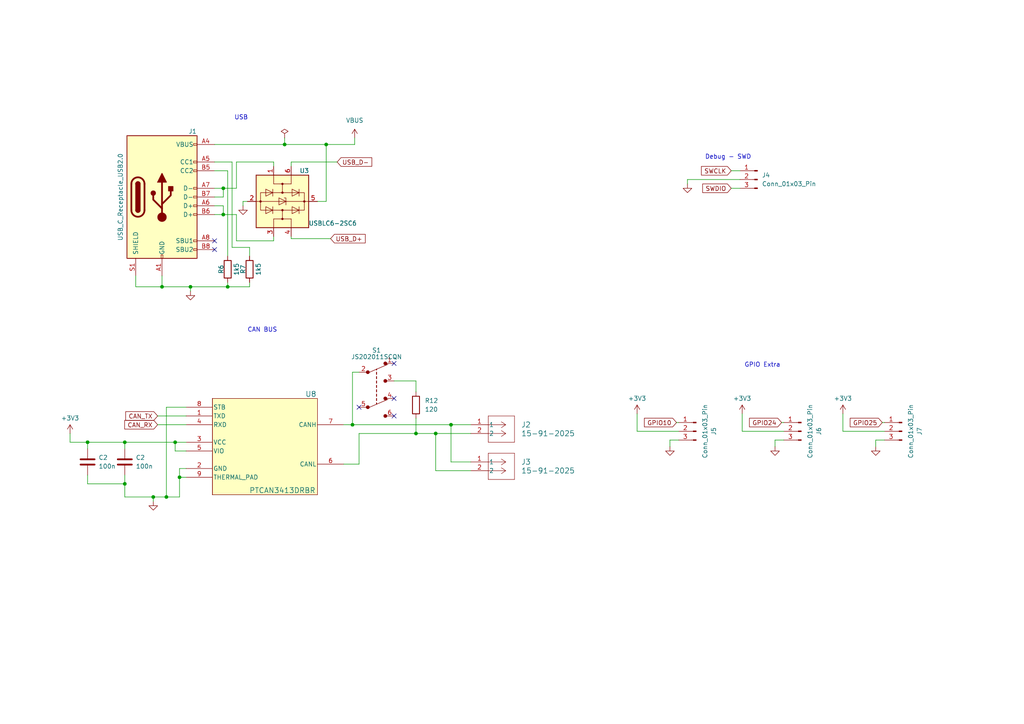
<source format=kicad_sch>
(kicad_sch (version 20230121) (generator eeschema)
  (paper "A4")
  (lib_symbols
    (symbol "2024-02-05_02-01-50:PTCAN3413DRBR" (pin_names (offset 0.254))
      (property "Reference" "U8" (at 36.195 6.35 0))
      (property "Value" "PTCAN3413DRBR" (at 27.94 -21.59 0))
      (symbol "PTCAN3413DRBR_0_1"
        (polyline (pts (xy 7.62 5.08) (xy 7.62 -22.86)) (stroke (width 0.127)))
        (pin input line (at 0 0 0) (length 7.62) (name "TXD") (number "1"))
        (pin power_in line (at 0 -7.62 0) (length 7.62) (name "VCC") (number "3"))
        (pin output line (at 0 -2.54 0) (length 7.62) (name "RXD") (number "4"))
        (pin power_in line (at 0 -10.16 0) (length 7.62) (name "VIO") (number "5"))
        (pin bidirectional line (at 45.72 -13.97 180) (length 7.62) (name "CANL") (number "6"))
        (pin bidirectional line (at 45.72 -2.54 180) (length 7.62) (name "CANH") (number "7"))
        (pin input line (at 0 2.54 0) (length 7.62) (name "STB") (number "8"))
      )
      (symbol "PTCAN3413DRBR_1_1"
        (rectangle (start 7.62 5.08) (end 38.1 -22.86) (fill (type background)))
        (pin power_in line (at 0 -15.24 0) (length 7.62) (name "GND") (number "2"))
        (pin passive line (at 0 -17.78 0) (length 7.62) (name "THERMAL_PAD") (number "9"))
      )
    )
    (symbol "2024-02-05_06-15-11:15-91-2025" (pin_names (offset 0.254))
      (property "Reference" "J" (at 8.89 6.35 0))
      (property "Value" "15-91-2025" (at 0 0 0))
      (symbol "15-91-2025_1_1"
        (polyline (pts (xy 5.08 -5.08) (xy 12.7 -5.08)) (stroke (width 0.127)))
        (polyline (pts (xy 5.08 2.54) (xy 5.08 -5.08)) (stroke (width 0.127)))
        (polyline (pts (xy 10.16 -2.54) (xy 5.08 -2.54)) (stroke (width 0.127)))
        (polyline (pts (xy 10.16 -2.54) (xy 8.89 -3.3867)) (stroke (width 0.127)))
        (polyline (pts (xy 10.16 -2.54) (xy 8.89 -1.6933)) (stroke (width 0.127)))
        (polyline (pts (xy 10.16 0) (xy 5.08 0)) (stroke (width 0.127)))
        (polyline (pts (xy 10.16 0) (xy 8.89 -0.8467)) (stroke (width 0.127)))
        (polyline (pts (xy 10.16 0) (xy 8.89 0.8467)) (stroke (width 0.127)))
        (polyline (pts (xy 12.7 -5.08) (xy 12.7 2.54)) (stroke (width 0.127)))
        (polyline (pts (xy 12.7 2.54) (xy 5.08 2.54)) (stroke (width 0.127)))
        (pin unspecified line (at 0 0 0) (length 5.08) (name "1") (number "1"))
        (pin unspecified line (at 0 -2.54 0) (length 5.08) (name "2") (number "2"))
      )
      (symbol "15-91-2025_1_2"
        (polyline (pts (xy 5.08 -5.08) (xy 12.7 -5.08)) (stroke (width 0.127)))
        (polyline (pts (xy 5.08 2.54) (xy 5.08 -5.08)) (stroke (width 0.127)))
        (polyline (pts (xy 7.62 -2.54) (xy 5.08 -2.54)) (stroke (width 0.127)))
        (polyline (pts (xy 7.62 -2.54) (xy 8.89 -3.3867)) (stroke (width 0.127)))
        (polyline (pts (xy 7.62 -2.54) (xy 8.89 -1.6933)) (stroke (width 0.127)))
        (polyline (pts (xy 7.62 0) (xy 5.08 0)) (stroke (width 0.127)))
        (polyline (pts (xy 7.62 0) (xy 8.89 -0.8467)) (stroke (width 0.127)))
        (polyline (pts (xy 7.62 0) (xy 8.89 0.8467)) (stroke (width 0.127)))
        (polyline (pts (xy 12.7 -5.08) (xy 12.7 2.54)) (stroke (width 0.127)))
        (polyline (pts (xy 12.7 2.54) (xy 5.08 2.54)) (stroke (width 0.127)))
        (pin unspecified line (at 0 0 0) (length 5.08) (name "1") (number "1"))
        (pin unspecified line (at 0 -2.54 0) (length 5.08) (name "2") (number "2"))
      )
    )
    (symbol "Connector:Conn_01x03_Pin" (pin_names (offset 1.016) hide)
      (property "Reference" "J" (at 0 5.08 0))
      (property "Value" "Conn_01x03_Pin" (at 0 -5.08 0))
      (symbol "Conn_01x03_Pin_1_1"
        (polyline (pts (xy 1.27 -2.54) (xy 0.8636 -2.54)) (stroke (width 0.1524)))
        (polyline (pts (xy 1.27 0) (xy 0.8636 0)) (stroke (width 0.1524)))
        (polyline (pts (xy 1.27 2.54) (xy 0.8636 2.54)) (stroke (width 0.1524)))
        (rectangle (start 0.8636 -2.413) (end 0 -2.667) (stroke (width 0.1524)) (fill (type outline)))
        (rectangle (start 0.8636 0.127) (end 0 -0.127) (stroke (width 0.1524)) (fill (type outline)))
        (rectangle (start 0.8636 2.667) (end 0 2.413) (stroke (width 0.1524)) (fill (type outline)))
        (pin passive line (at 5.08 2.54 180) (length 3.81) (name "Pin_1") (number "1"))
        (pin passive line (at 5.08 0 180) (length 3.81) (name "Pin_2") (number "2"))
        (pin passive line (at 5.08 -2.54 180) (length 3.81) (name "Pin_3") (number "3"))
      )
    )
    (symbol "Connector:USB_C_Receptacle_USB2.0" (pin_names (offset 1.016))
      (property "Reference" "J" (at -10.16 19.05 0))
      (property "Value" "USB_C_Receptacle_USB2.0" (at 19.05 19.05 0))
      (symbol "USB_C_Receptacle_USB2.0_0_0"
        (rectangle (start -0.254 -17.78) (end 0.254 -16.764))
        (rectangle (start 10.16 -14.986) (end 9.144 -15.494))
        (rectangle (start 10.16 -12.446) (end 9.144 -12.954))
        (rectangle (start 10.16 -4.826) (end 9.144 -5.334))
        (rectangle (start 10.16 -2.286) (end 9.144 -2.794))
        (rectangle (start 10.16 0.254) (end 9.144 -0.254))
        (rectangle (start 10.16 2.794) (end 9.144 2.286))
        (rectangle (start 10.16 7.874) (end 9.144 7.366))
        (rectangle (start 10.16 10.414) (end 9.144 9.906))
        (rectangle (start 10.16 15.494) (end 9.144 14.986))
      )
      (symbol "USB_C_Receptacle_USB2.0_0_1"
        (rectangle (start -10.16 17.78) (end 10.16 -17.78) (stroke (width 0.254)) (fill (type background)))
        (arc (start -8.89 -3.81) (mid -6.985 -5.7067) (end -5.08 -3.81) (stroke (width 0.508)))
        (arc (start -7.62 -3.81) (mid -6.985 -4.4423) (end -6.35 -3.81) (stroke (width 0.254)))
        (arc (start -7.62 -3.81) (mid -6.985 -4.4423) (end -6.35 -3.81) (stroke (width 0.254)) (fill (type outline)))
        (rectangle (start -7.62 -3.81) (end -6.35 3.81) (stroke (width 0.254)) (fill (type outline)))
        (arc (start -6.35 3.81) (mid -6.985 4.4423) (end -7.62 3.81) (stroke (width 0.254)))
        (arc (start -6.35 3.81) (mid -6.985 4.4423) (end -7.62 3.81) (stroke (width 0.254)) (fill (type outline)))
        (arc (start -5.08 3.81) (mid -6.985 5.7067) (end -8.89 3.81) (stroke (width 0.508)))
        (circle (center -2.54 1.143) (radius 0.635) (stroke (width 0.254)) (fill (type outline)))
        (circle (center 0 -5.842) (radius 1.27) (fill (type outline)))
        (polyline (pts (xy -8.89 -3.81) (xy -8.89 3.81)) (stroke (width 0.508)))
        (polyline (pts (xy -5.08 3.81) (xy -5.08 -3.81)) (stroke (width 0.508)))
        (polyline (pts (xy 0 -5.842) (xy 0 4.318)) (stroke (width 0.508)))
        (polyline (pts (xy 0 -3.302) (xy -2.54 -0.762) (xy -2.54 0.508)) (stroke (width 0.508)))
        (polyline (pts (xy 0 -2.032) (xy 2.54 0.508) (xy 2.54 1.778)) (stroke (width 0.508)))
        (polyline (pts (xy -1.27 4.318) (xy 0 6.858) (xy 1.27 4.318) (xy -1.27 4.318)) (stroke (width 0.254)) (fill (type outline)))
        (rectangle (start 1.905 1.778) (end 3.175 3.048) (stroke (width 0.254)) (fill (type outline)))
      )
      (symbol "USB_C_Receptacle_USB2.0_1_1"
        (pin passive line (at 0 -22.86 90) (length 5.08) (name "GND") (number "A1"))
        (pin passive line (at 0 -22.86 90) (length 5.08) hide (name "GND") (number "A12"))
        (pin passive line (at 15.24 15.24 180) (length 5.08) (name "VBUS") (number "A4"))
        (pin bidirectional line (at 15.24 10.16 180) (length 5.08) (name "CC1") (number "A5"))
        (pin bidirectional line (at 15.24 -2.54 180) (length 5.08) (name "D+") (number "A6"))
        (pin bidirectional line (at 15.24 2.54 180) (length 5.08) (name "D-") (number "A7"))
        (pin bidirectional line (at 15.24 -12.7 180) (length 5.08) (name "SBU1") (number "A8"))
        (pin passive line (at 15.24 15.24 180) (length 5.08) hide (name "VBUS") (number "A9"))
        (pin passive line (at 0 -22.86 90) (length 5.08) hide (name "GND") (number "B1"))
        (pin passive line (at 0 -22.86 90) (length 5.08) hide (name "GND") (number "B12"))
        (pin passive line (at 15.24 15.24 180) (length 5.08) hide (name "VBUS") (number "B4"))
        (pin bidirectional line (at 15.24 7.62 180) (length 5.08) (name "CC2") (number "B5"))
        (pin bidirectional line (at 15.24 -5.08 180) (length 5.08) (name "D+") (number "B6"))
        (pin bidirectional line (at 15.24 0 180) (length 5.08) (name "D-") (number "B7"))
        (pin bidirectional line (at 15.24 -15.24 180) (length 5.08) (name "SBU2") (number "B8"))
        (pin passive line (at 15.24 15.24 180) (length 5.08) hide (name "VBUS") (number "B9"))
        (pin passive line (at -7.62 -22.86 90) (length 5.08) (name "SHIELD") (number "S1"))
      )
    )
    (symbol "Device:C" (pin_numbers hide) (pin_names (offset 0.254))
      (property "Reference" "C" (at 0.635 2.54 0))
      (property "Value" "C" (at 0.635 -2.54 0))
      (symbol "C_0_1"
        (polyline (pts (xy -2.032 -0.762) (xy 2.032 -0.762)) (stroke (width 0.508)))
        (polyline (pts (xy -2.032 0.762) (xy 2.032 0.762)) (stroke (width 0.508)))
      )
      (symbol "C_1_1"
        (pin passive line (at 0 3.81 270) (length 2.794) (name "~") (number "1"))
        (pin passive line (at 0 -3.81 90) (length 2.794) (name "~") (number "2"))
      )
    )
    (symbol "Device:R" (pin_numbers hide) (pin_names (offset 0))
      (property "Reference" "R" (at 2.032 0 90))
      (property "Value" "R" (at 0 0 90))
      (symbol "R_0_1"
        (rectangle (start -1.016 -2.54) (end 1.016 2.54) (stroke (width 0.254)))
      )
      (symbol "R_1_1"
        (pin passive line (at 0 3.81 270) (length 1.27) (name "~") (number "1"))
        (pin passive line (at 0 -3.81 90) (length 1.27) (name "~") (number "2"))
      )
    )
    (symbol "Power_Protection:USBLC6-2SC6" (pin_names hide)
      (property "Reference" "U" (at 2.54 8.89 0))
      (property "Value" "USBLC6-2SC6" (at 2.54 -8.89 0))
      (symbol "USBLC6-2SC6_0_1"
        (rectangle (start -7.62 -7.62) (end 7.62 7.62) (stroke (width 0.254)) (fill (type background)))
        (circle (center -5.08 0) (radius 0.254) (fill (type outline)))
        (circle (center -2.54 0) (radius 0.254) (fill (type outline)))
        (rectangle (start -2.54 6.35) (end 2.54 -6.35))
        (circle (center 0 -6.35) (radius 0.254) (fill (type outline)))
        (polyline (pts (xy -5.08 -2.54) (xy -7.62 -2.54)))
        (polyline (pts (xy -5.08 0) (xy -5.08 -2.54)))
        (polyline (pts (xy -5.08 2.54) (xy -7.62 2.54)))
        (polyline (pts (xy -1.524 -2.794) (xy -3.556 -2.794)))
        (polyline (pts (xy -1.524 4.826) (xy -3.556 4.826)))
        (polyline (pts (xy 0 -7.62) (xy 0 -6.35)))
        (polyline (pts (xy 0 -6.35) (xy 0 1.27)))
        (polyline (pts (xy 0 1.27) (xy 0 6.35)))
        (polyline (pts (xy 0 6.35) (xy 0 7.62)))
        (polyline (pts (xy 1.524 -2.794) (xy 3.556 -2.794)))
        (polyline (pts (xy 1.524 4.826) (xy 3.556 4.826)))
        (polyline (pts (xy 5.08 -2.54) (xy 7.62 -2.54)))
        (polyline (pts (xy 5.08 0) (xy 5.08 -2.54)))
        (polyline (pts (xy 5.08 2.54) (xy 7.62 2.54)))
        (polyline (pts (xy -2.54 0) (xy -5.08 0) (xy -5.08 2.54)))
        (polyline (pts (xy 2.54 0) (xy 5.08 0) (xy 5.08 2.54)))
        (polyline (pts (xy -3.556 -4.826) (xy -1.524 -4.826) (xy -2.54 -2.794) (xy -3.556 -4.826)))
        (polyline (pts (xy -3.556 2.794) (xy -1.524 2.794) (xy -2.54 4.826) (xy -3.556 2.794)))
        (polyline (pts (xy -1.016 -1.016) (xy 1.016 -1.016) (xy 0 1.016) (xy -1.016 -1.016)))
        (polyline (pts (xy 1.016 1.016) (xy 0.762 1.016) (xy -1.016 1.016) (xy -1.016 0.508)))
        (polyline (pts (xy 3.556 -4.826) (xy 1.524 -4.826) (xy 2.54 -2.794) (xy 3.556 -4.826)))
        (polyline (pts (xy 3.556 2.794) (xy 1.524 2.794) (xy 2.54 4.826) (xy 3.556 2.794)))
        (circle (center 0 6.35) (radius 0.254) (fill (type outline)))
        (circle (center 2.54 0) (radius 0.254) (fill (type outline)))
        (circle (center 5.08 0) (radius 0.254) (fill (type outline)))
      )
      (symbol "USBLC6-2SC6_1_1"
        (pin passive line (at -10.16 -2.54 0) (length 2.54) (name "I/O1") (number "1"))
        (pin passive line (at 0 -10.16 90) (length 2.54) (name "GND") (number "2"))
        (pin passive line (at 10.16 -2.54 180) (length 2.54) (name "I/O2") (number "3"))
        (pin passive line (at 10.16 2.54 180) (length 2.54) (name "I/O2") (number "4"))
        (pin passive line (at 0 10.16 270) (length 2.54) (name "VBUS") (number "5"))
        (pin passive line (at -10.16 2.54 0) (length 2.54) (name "I/O1") (number "6"))
      )
    )
    (symbol "dk_Slide-Switches:JS202011SCQN" (pin_names (offset 0))
      (property "Reference" "S" (at -3.81 8.255 0))
      (property "Value" "JS202011SCQN" (at 0 -11.43 0))
      (symbol "JS202011SCQN_0_1"
        (circle (center -2.54 -5.08) (radius 0.4572) (fill (type outline)))
        (circle (center -2.54 5.08) (radius 0.4572) (fill (type outline)))
        (polyline (pts (xy -2.032 -5.08) (xy 3.302 -2.794)))
        (polyline (pts (xy -2.032 5.08) (xy 3.302 7.366)))
        (polyline (pts (xy 0 -3.81) (xy 0 -4.191)) (stroke (width 0.254)))
        (polyline (pts (xy 0 -2.54) (xy 0 -3.175)) (stroke (width 0.254)))
        (polyline (pts (xy 0 -1.27) (xy 0 -1.905)) (stroke (width 0.254)))
        (polyline (pts (xy 0 0) (xy 0 -0.635)) (stroke (width 0.254)))
        (polyline (pts (xy 0 1.27) (xy 0 0.635)) (stroke (width 0.254)))
        (polyline (pts (xy 0 2.54) (xy 0 1.905)) (stroke (width 0.254)))
        (polyline (pts (xy 0 3.81) (xy 0 3.175)) (stroke (width 0.254)))
        (polyline (pts (xy 0 5.08) (xy 0 4.445)) (stroke (width 0.254)))
        (polyline (pts (xy 0 5.969) (xy 0 5.715)) (stroke (width 0.254)))
        (circle (center 2.54 -7.62) (radius 0.4572) (fill (type outline)))
        (circle (center 2.54 -2.54) (radius 0.4572) (fill (type outline)))
        (circle (center 2.54 2.54) (radius 0.4572) (fill (type outline)))
        (circle (center 2.54 7.62) (radius 0.4572) (fill (type outline)))
      )
      (symbol "JS202011SCQN_1_1"
        (pin passive line (at 5.08 7.62 180) (length 2.54) (name "~") (number "1"))
        (pin passive line (at -5.08 5.08 0) (length 2.54) (name "~") (number "2"))
        (pin passive line (at 5.08 2.54 180) (length 2.54) (name "~") (number "3"))
        (pin passive line (at 5.08 -2.54 180) (length 2.54) (name "~") (number "4"))
        (pin passive line (at -5.08 -5.08 0) (length 2.54) (name "~") (number "5"))
        (pin passive line (at 5.08 -7.62 180) (length 2.54) (name "~") (number "6"))
      )
    )
    (symbol "power:+3V3" (power) (pin_names (offset 0))
      (property "Value" "+3V3" (at 0 3.556 0))
      (symbol "+3V3_0_1"
        (polyline (pts (xy -0.762 1.27) (xy 0 2.54)))
        (polyline (pts (xy 0 0) (xy 0 2.54)))
        (polyline (pts (xy 0 2.54) (xy 0.762 1.27)))
      )
      (symbol "+3V3_1_1"
        (pin power_in line (at 0 0 90) (length 0) hide (name "+3V3") (number "1"))
      )
    )
    (symbol "power:GND" (power) (pin_names (offset 0))
      (property "Value" "GND" (at 0 -3.81 0))
      (symbol "GND_0_1"
        (polyline (pts (xy 0 0) (xy 0 -1.27) (xy 1.27 -1.27) (xy 0 -2.54) (xy -1.27 -1.27) (xy 0 -1.27)))
      )
      (symbol "GND_1_1"
        (pin power_in line (at 0 0 270) (length 0) hide (name "GND") (number "1"))
      )
    )
    (symbol "power:PWR_FLAG" (power) (pin_numbers hide) (pin_names (offset 0) hide)
      (property "Value" "PWR_FLAG" (at 0 3.81 0))
      (symbol "PWR_FLAG_0_0"
        (pin power_out line (at 0 0 90) (length 0) (name "pwr") (number "1"))
      )
      (symbol "PWR_FLAG_0_1"
        (polyline (pts (xy 0 0) (xy 0 1.27) (xy -1.016 1.905) (xy 0 2.54) (xy 1.016 1.905) (xy 0 1.27)))
      )
    )
    (symbol "power:VBUS" (power) (pin_names (offset 0))
      (property "Value" "VBUS" (at 0 3.81 0))
      (symbol "VBUS_0_1"
        (polyline (pts (xy -0.762 1.27) (xy 0 2.54)))
        (polyline (pts (xy 0 0) (xy 0 2.54)))
        (polyline (pts (xy 0 2.54) (xy 0.762 1.27)))
      )
      (symbol "VBUS_1_1"
        (pin power_in line (at 0 0 90) (length 0) hide (name "VBUS") (number "1"))
      )
    )
  )
  (junction (at 52.07 138.43))
  (junction (at 50.8 128.27))
  (junction (at 64.77 54.61))
  (junction (at 94.615 41.91))
  (junction (at 64.77 62.23))
  (junction (at 66.04 83.185))
  (junction (at 25.4 128.27))
  (junction (at 55.245 83.185))
  (junction (at 46.99 83.185))
  (junction (at 36.195 140.335))
  (junction (at 126.365 125.73))
  (junction (at 130.81 123.19))
  (junction (at 44.45 144.145))
  (junction (at 102.235 123.19))
  (junction (at 36.195 128.27))
  (junction (at 82.55 41.91))
  (junction (at 120.65 125.73))
  (junction (at 48.26 144.145))
  (no_connect (at 62.23 72.39))
  (no_connect (at 62.23 69.85))
  (no_connect (at 114.3 120.65))
  (no_connect (at 114.3 105.41))
  (no_connect (at 104.14 118.11))
  (no_connect (at 114.3 115.57))
  (wire (pts (xy 25.4 128.27) (xy 36.195 128.27)))
  (wire (pts (xy 53.975 135.89) (xy 52.07 135.89)))
  (wire (pts (xy 84.455 48.26) (xy 84.455 46.99)))
  (wire (pts (xy 64.77 62.23) (xy 68.58 62.23)))
  (wire (pts (xy 66.04 49.53) (xy 66.04 74.295)))
  (wire (pts (xy 199.39 53.34) (xy 199.39 52.07)))
  (wire (pts (xy 64.77 59.69) (xy 64.77 62.23)))
  (wire (pts (xy 70.485 59.69) (xy 70.485 58.42)))
  (wire (pts (xy 99.695 134.62) (xy 104.14 134.62)))
  (wire (pts (xy 84.455 69.215) (xy 95.885 69.215)))
  (wire (pts (xy 136.525 133.985) (xy 130.81 133.985)))
  (wire (pts (xy 120.65 125.73) (xy 126.365 125.73)))
  (wire (pts (xy 62.23 59.69) (xy 64.77 59.69)))
  (wire (pts (xy 82.55 40.005) (xy 82.55 41.91)))
  (wire (pts (xy 184.785 125.095) (xy 196.85 125.095)))
  (wire (pts (xy 212.09 49.53) (xy 214.63 49.53)))
  (wire (pts (xy 99.695 123.19) (xy 102.235 123.19)))
  (wire (pts (xy 62.23 54.61) (xy 64.77 54.61)))
  (wire (pts (xy 196.215 122.555) (xy 196.85 122.555)))
  (wire (pts (xy 215.265 120.015) (xy 215.265 125.095)))
  (wire (pts (xy 212.09 54.61) (xy 214.63 54.61)))
  (wire (pts (xy 50.8 130.81) (xy 50.8 128.27)))
  (wire (pts (xy 25.4 130.175) (xy 25.4 128.27)))
  (wire (pts (xy 52.07 138.43) (xy 52.07 144.145)))
  (wire (pts (xy 44.45 144.145) (xy 44.45 145.415)))
  (wire (pts (xy 50.8 128.27) (xy 53.975 128.27)))
  (wire (pts (xy 94.615 41.91) (xy 94.615 58.42)))
  (wire (pts (xy 36.195 140.335) (xy 36.195 137.795)))
  (wire (pts (xy 48.26 118.11) (xy 48.26 144.145)))
  (wire (pts (xy 46.99 80.01) (xy 46.99 83.185)))
  (wire (pts (xy 244.475 120.015) (xy 244.475 125.095)))
  (wire (pts (xy 136.525 136.525) (xy 126.365 136.525)))
  (wire (pts (xy 254 127.635) (xy 254 129.54)))
  (wire (pts (xy 94.615 41.91) (xy 102.87 41.91)))
  (wire (pts (xy 64.77 57.15) (xy 64.77 54.61)))
  (wire (pts (xy 244.475 125.095) (xy 256.54 125.095)))
  (wire (pts (xy 45.72 123.19) (xy 53.975 123.19)))
  (wire (pts (xy 66.04 81.915) (xy 66.04 83.185)))
  (wire (pts (xy 120.65 110.49) (xy 120.65 113.665)))
  (wire (pts (xy 48.26 144.145) (xy 44.45 144.145)))
  (wire (pts (xy 53.975 118.11) (xy 48.26 118.11)))
  (wire (pts (xy 104.14 107.95) (xy 102.235 107.95)))
  (wire (pts (xy 67.31 71.755) (xy 72.39 71.755)))
  (wire (pts (xy 256.54 127.635) (xy 254 127.635)))
  (wire (pts (xy 226.695 122.555) (xy 227.33 122.555)))
  (wire (pts (xy 126.365 136.525) (xy 126.365 125.73)))
  (wire (pts (xy 55.245 83.185) (xy 55.245 84.455)))
  (wire (pts (xy 224.79 127.635) (xy 224.79 129.54)))
  (wire (pts (xy 36.195 140.335) (xy 36.195 144.145)))
  (wire (pts (xy 94.615 58.42) (xy 92.075 58.42)))
  (wire (pts (xy 84.455 68.58) (xy 84.455 69.215)))
  (wire (pts (xy 102.235 107.95) (xy 102.235 123.19)))
  (wire (pts (xy 64.77 54.61) (xy 68.58 54.61)))
  (wire (pts (xy 62.23 49.53) (xy 66.04 49.53)))
  (wire (pts (xy 196.85 127.635) (xy 194.31 127.635)))
  (wire (pts (xy 67.31 46.99) (xy 67.31 71.755)))
  (wire (pts (xy 39.37 83.185) (xy 46.99 83.185)))
  (wire (pts (xy 194.31 127.635) (xy 194.31 129.54)))
  (wire (pts (xy 130.81 123.19) (xy 136.525 123.19)))
  (wire (pts (xy 102.235 123.19) (xy 130.81 123.19)))
  (wire (pts (xy 20.32 125.73) (xy 20.32 128.27)))
  (wire (pts (xy 52.07 138.43) (xy 53.975 138.43)))
  (wire (pts (xy 227.33 127.635) (xy 224.79 127.635)))
  (wire (pts (xy 84.455 46.99) (xy 97.79 46.99)))
  (wire (pts (xy 52.07 144.145) (xy 48.26 144.145)))
  (wire (pts (xy 62.23 46.99) (xy 67.31 46.99)))
  (wire (pts (xy 62.23 57.15) (xy 64.77 57.15)))
  (wire (pts (xy 72.39 81.915) (xy 72.39 83.185)))
  (wire (pts (xy 66.04 83.185) (xy 55.245 83.185)))
  (wire (pts (xy 199.39 52.07) (xy 214.63 52.07)))
  (wire (pts (xy 52.07 135.89) (xy 52.07 138.43)))
  (wire (pts (xy 20.32 128.27) (xy 25.4 128.27)))
  (wire (pts (xy 36.195 128.27) (xy 50.8 128.27)))
  (wire (pts (xy 114.3 110.49) (xy 120.65 110.49)))
  (wire (pts (xy 82.55 41.91) (xy 94.615 41.91)))
  (wire (pts (xy 215.265 125.095) (xy 227.33 125.095)))
  (wire (pts (xy 25.4 137.795) (xy 25.4 140.335)))
  (wire (pts (xy 45.72 120.65) (xy 53.975 120.65)))
  (wire (pts (xy 79.375 46.99) (xy 79.375 48.26)))
  (wire (pts (xy 120.65 121.285) (xy 120.65 125.73)))
  (wire (pts (xy 68.58 69.85) (xy 79.375 69.85)))
  (wire (pts (xy 102.87 40.005) (xy 102.87 41.91)))
  (wire (pts (xy 79.375 69.85) (xy 79.375 68.58)))
  (wire (pts (xy 53.975 130.81) (xy 50.8 130.81)))
  (wire (pts (xy 68.58 46.99) (xy 79.375 46.99)))
  (wire (pts (xy 72.39 71.755) (xy 72.39 74.295)))
  (wire (pts (xy 72.39 83.185) (xy 66.04 83.185)))
  (wire (pts (xy 62.23 62.23) (xy 64.77 62.23)))
  (wire (pts (xy 255.905 122.555) (xy 256.54 122.555)))
  (wire (pts (xy 62.23 41.91) (xy 82.55 41.91)))
  (wire (pts (xy 68.58 62.23) (xy 68.58 69.85)))
  (wire (pts (xy 70.485 58.42) (xy 71.755 58.42)))
  (wire (pts (xy 46.99 83.185) (xy 55.245 83.185)))
  (wire (pts (xy 184.785 120.015) (xy 184.785 125.095)))
  (wire (pts (xy 36.195 128.27) (xy 36.195 130.175)))
  (wire (pts (xy 130.81 123.19) (xy 130.81 133.985)))
  (wire (pts (xy 126.365 125.73) (xy 136.525 125.73)))
  (wire (pts (xy 36.195 144.145) (xy 44.45 144.145)))
  (wire (pts (xy 68.58 54.61) (xy 68.58 46.99)))
  (wire (pts (xy 104.14 134.62) (xy 104.14 125.73)))
  (wire (pts (xy 25.4 140.335) (xy 36.195 140.335)))
  (wire (pts (xy 104.14 125.73) (xy 120.65 125.73)))
  (wire (pts (xy 39.37 80.01) (xy 39.37 83.185)))
  (text "CAN BUS" (at 71.755 96.52 0) (effects (font (size 1.27 1.27)) (justify left bottom)))
  (text "GPIO Extra" (at 215.9 106.68 0) (effects (font (size 1.27 1.27)) (justify left bottom)))
  (text "Debug - SWD" (at 204.47 46.355 0) (effects (font (size 1.27 1.27)) (justify left bottom)))
  (text "USB" (at 67.945 34.925 0) (effects (font (size 1.27 1.27)) (justify left bottom)))
  (global_label "GPIO24" (shape input) (at 226.695 122.555 180) (property "Intersheetrefs" "${INTERSHEET_REFS}" (effects hide)))
  (global_label "CAN_RX" (shape input) (at 45.72 123.19 180) (property "Intersheetrefs" "${INTERSHEET_REFS}" (effects hide)))
  (global_label "SWDIO" (shape input) (at 212.09 54.61 180) (property "Intersheetrefs" "${INTERSHEET_REFS}" (effects hide)))
  (global_label "USB_D-" (shape input) (at 97.79 46.99 0) (property "Intersheetrefs" "${INTERSHEET_REFS}" (effects hide)))
  (global_label "GPIO10" (shape input) (at 196.215 122.555 180) (property "Intersheetrefs" "${INTERSHEET_REFS}" (effects hide)))
  (global_label "CAN_TX" (shape input) (at 45.72 120.65 180) (property "Intersheetrefs" "${INTERSHEET_REFS}" (effects hide)))
  (global_label "USB_D+" (shape input) (at 95.885 69.215 0) (property "Intersheetrefs" "${INTERSHEET_REFS}" (effects hide)))
  (global_label "SWCLK" (shape input) (at 212.09 49.53 180) (property "Intersheetrefs" "${INTERSHEET_REFS}" (effects hide)))
  (global_label "GPIO25" (shape input) (at 255.905 122.555 180) (property "Intersheetrefs" "${INTERSHEET_REFS}" (effects hide)))
  (symbol (lib_id "Connector:Conn_01x03_Pin") (at 232.41 125.095 0) (mirror y) (unit 1)
    (property "Reference" "J6" (at 237.49 125.095 90))
    (property "Value" "Conn_01x03_Pin" (at 234.95 125.095 90))
    (property "Footprint" "Connector_Harwin:Harwin_M20-89003xx_1x03_P2.54mm_Horizontal" (effects hide))
  )
  (symbol (lib_id "power:GND") (at 199.39 53.34 0) (unit 1)
    (property "Reference" "#PWR016" (effects hide))
    (property "Value" "GND" (effects hide))
    (instances (project "100w BLDC Motor Controller Pathfinder" (path "" (reference "#PWR016") (unit 1)) (path "" (reference "#PWR034") (unit 1))))
  )
  (symbol (lib_id "2024-02-05_06-15-11:15-91-2025") (at 136.525 133.985 0) (unit 1)
    (property "Reference" "J3" (at 151.13 133.985 0) (effects (font (size 1.524 1.524)) (justify left)))
    (property "Value" "15-91-2025" (at 151.13 136.525 0) (effects (font (size 1.524 1.524)) (justify left)))
    (property "Footprint" "CONN2_15-91-2025_MOL" (effects hide))
    (property "Datasheet" "15-91-2025" (effects hide))
  )
  (symbol (lib_id "power:VBUS") (at 102.87 40.005 0) (unit 1)
    (property "Reference" "#PWR017" (effects hide))
    (property "Value" "VBUS" (at 102.87 34.925 0))
  )
  (symbol (lib_id "dk_Slide-Switches:JS202011SCQN") (at 109.22 113.03 0) (unit 1)
    (property "Reference" "S1" (at 109.22 101.6 0))
    (property "Value" "JS202011SCQN" (at 109.22 103.505 0))
    (property "Footprint" "digikey-footprints:Switch_Slide_JS202011SCQN" (effects hide))
    (property "Datasheet" "https://www.ckswitches.com/media/1422/js.pdf" (effects hide))
    (property "Digi-Key_PN" "401-2002-1-ND" (effects hide))
    (property "MPN" "JS202011SCQN" (effects hide))
    (property "Category" "Switches" (effects hide))
    (property "Family" "Slide Switches" (effects hide))
    (property "DK_Datasheet_Link" "https://www.ckswitches.com/media/1422/js.pdf" (effects hide))
    (property "DK_Detail_Page" "/product-detail/en/c-k/JS202011SCQN/401-2002-1-ND/1640098" (effects hide))
    (property "Description" "SWITCH SLIDE DPDT 300MA 6V" (effects hide))
    (property "Manufacturer" "C&K" (effects hide))
    (property "Status" "Active" (effects hide))
  )
  (symbol (lib_id "power:GND") (at 254 129.54 0) (unit 1)
    (property "Reference" "#PWR016" (effects hide))
    (property "Value" "GND" (effects hide))
    (instances (project "100w BLDC Motor Controller Pathfinder" (path "" (reference "#PWR016") (unit 1)) (path "" (reference "#PWR043") (unit 1))))
  )
  (symbol (lib_id "power:+3V3") (at 244.475 120.015 0) (unit 1)
    (property "Reference" "#PWR021" (effects hide))
    (property "Value" "+3V3" (at 244.475 115.57 0))
    (instances (project "100w BLDC Motor Controller Pathfinder" (path "" (reference "#PWR021") (unit 1)) (path "" (reference "#PWR021") (unit 1)) (path "" (reference "#PWR042") (unit 1))))
  )
  (symbol (lib_id "power:+3V3") (at 215.265 120.015 0) (unit 1)
    (property "Reference" "#PWR021" (effects hide))
    (property "Value" "+3V3" (at 215.265 115.57 0))
    (instances (project "100w BLDC Motor Controller Pathfinder" (path "" (reference "#PWR021") (unit 1)) (path "" (reference "#PWR021") (unit 1)) (path "" (reference "#PWR040") (unit 1))))
  )
  (symbol (lib_id "power:GND") (at 70.485 59.69 0) (unit 1)
    (property "Reference" "#PWR015" (effects hide))
    (property "Value" "GND" (effects hide))
    (instances (project "100w BLDC Motor Controller Pathfinder" (path "" (reference "#PWR015") (unit 1)) (path "" (reference "#PWR016") (unit 1))))
  )
  (symbol (lib_id "power:GND") (at 194.31 129.54 0) (unit 1)
    (property "Reference" "#PWR016" (effects hide))
    (property "Value" "GND" (effects hide))
    (instances (project "100w BLDC Motor Controller Pathfinder" (path "" (reference "#PWR016") (unit 1)) (path "" (reference "#PWR039") (unit 1))))
  )
  (symbol (lib_id "power:+3V3") (at 20.32 125.73 0) (unit 1)
    (property "Reference" "#PWR021" (effects hide))
    (property "Value" "+3V3" (at 20.32 121.285 0))
    (instances (project "100w BLDC Motor Controller Pathfinder" (path "" (reference "#PWR021") (unit 1)) (path "" (reference "#PWR021") (unit 1)) (path "" (reference "#PWR033") (unit 1))))
  )
  (symbol (lib_id "power:GND") (at 55.245 84.455 0) (unit 1)
    (property "Reference" "#PWR016" (effects hide))
    (property "Value" "GND" (effects hide))
    (instances (project "100w BLDC Motor Controller Pathfinder" (path "" (reference "#PWR016") (unit 1)) (path "" (reference "#PWR015") (unit 1))))
  )
  (symbol (lib_id "Power_Protection:USBLC6-2SC6") (at 81.915 58.42 270) (unit 1)
    (property "Reference" "U3" (at 88.265 49.53 90))
    (property "Value" "USBLC6-2SC6" (at 96.52 64.77 90))
    (property "Footprint" "Package_TO_SOT_SMD:SOT-23-6" (effects hide))
    (property "Datasheet" "https://www.st.com/resource/en/datasheet/usblc6-2.pdf" (effects hide))
  )
  (symbol (lib_id "Connector:Conn_01x03_Pin") (at 261.62 125.095 0) (mirror y) (unit 1)
    (property "Reference" "J7" (at 266.7 125.095 90))
    (property "Value" "Conn_01x03_Pin" (at 264.16 125.095 90))
    (property "Footprint" "Connector_Harwin:Harwin_M20-89003xx_1x03_P2.54mm_Horizontal" (effects hide))
  )
  (symbol (lib_id "Device:C") (at 25.4 133.985 0) (unit 1)
    (property "Reference" "C2" (at 28.575 132.715 0) (effects (justify left)))
    (property "Value" "100n" (at 28.575 135.255 0) (effects (justify left)))
    (instances (project "100w BLDC Motor Controller Pathfinder" (path "" (reference "C2") (unit 1)) (path "" (reference "C29") (unit 1))))
  )
  (symbol (lib_id "2024-02-05_02-01-50:PTCAN3413DRBR") (at 53.975 120.65 0) (unit 1)
    (property "Reference" "U8" (at 90.17 114.3 0) (effects (font (size 1.524 1.524))))
    (property "Value" "PTCAN3413DRBR" (at 81.915 142.24 0) (effects (font (size 1.524 1.524))))
    (property "Footprint" "VSON8-DRB_TEX" (effects hide))
    (property "Datasheet" "PTCAN3413DRBR" (effects hide))
  )
  (symbol (lib_id "power:PWR_FLAG") (at 82.55 40.005 0) (unit 1)
    (property "Reference" "#FLG01" (effects hide))
    (property "Value" "PWR_FLAG" (effects hide))
  )
  (symbol (lib_id "Device:R") (at 72.39 78.105 180) (unit 1)
    (property "Reference" "R7" (at 70.485 78.105 90))
    (property "Value" "1k5" (at 74.93 78.105 90))
  )
  (symbol (lib_id "Device:R") (at 66.04 78.105 180) (unit 1)
    (property "Reference" "R6" (at 64.135 78.105 90))
    (property "Value" "1k5" (at 68.58 78.105 90))
  )
  (symbol (lib_id "power:+3V3") (at 184.785 120.015 0) (unit 1)
    (property "Reference" "#PWR021" (effects hide))
    (property "Value" "+3V3" (at 184.785 115.57 0))
    (instances (project "100w BLDC Motor Controller Pathfinder" (path "" (reference "#PWR021") (unit 1)) (path "" (reference "#PWR021") (unit 1)) (path "" (reference "#PWR038") (unit 1))))
  )
  (symbol (lib_id "Connector:USB_C_Receptacle_USB2.0") (at 46.99 57.15 0) (unit 1)
    (property "Reference" "J1" (at 55.88 38.1 0))
    (property "Value" "USB_C_Receptacle_USB2.0" (at 34.925 57.15 90))
    (property "Datasheet" "https://www.usb.org/sites/default/files/documents/usb_type-c.zip" (effects hide))
  )
  (symbol (lib_id "Connector:Conn_01x03_Pin") (at 201.93 125.095 0) (mirror y) (unit 1)
    (property "Reference" "J5" (at 207.01 125.095 90))
    (property "Value" "Conn_01x03_Pin" (at 204.47 125.095 90))
    (property "Footprint" "Connector_Harwin:Harwin_M20-89003xx_1x03_P2.54mm_Horizontal" (effects hide))
  )
  (symbol (lib_id "power:GND") (at 44.45 145.415 0) (unit 1)
    (property "Reference" "#PWR016" (effects hide))
    (property "Value" "GND" (effects hide))
    (instances (project "100w BLDC Motor Controller Pathfinder" (path "" (reference "#PWR016") (unit 1)) (path "" (reference "#PWR032") (unit 1))))
  )
  (symbol (lib_id "Device:R") (at 120.65 117.475 0) (unit 1)
    (property "Reference" "R12" (at 123.19 116.205 0) (effects (justify left)))
    (property "Value" "120" (at 123.19 118.745 0) (effects (justify left)))
  )
  (symbol (lib_id "Device:C") (at 36.195 133.985 0) (unit 1)
    (property "Reference" "C2" (at 39.37 132.715 0) (effects (justify left)))
    (property "Value" "100n" (at 39.37 135.255 0) (effects (justify left)))
    (instances (project "100w BLDC Motor Controller Pathfinder" (path "" (reference "C2") (unit 1)) (path "" (reference "C30") (unit 1))))
  )
  (symbol (lib_id "power:GND") (at 224.79 129.54 0) (unit 1)
    (property "Reference" "#PWR016" (effects hide))
    (property "Value" "GND" (effects hide))
    (instances (project "100w BLDC Motor Controller Pathfinder" (path "" (reference "#PWR016") (unit 1)) (path "" (reference "#PWR041") (unit 1))))
  )
  (symbol (lib_id "Connector:Conn_01x03_Pin") (at 219.71 52.07 0) (mirror y) (unit 1)
    (property "Reference" "J4" (at 220.98 50.8 0) (effects (justify right)))
    (property "Value" "Conn_01x03_Pin" (at 220.98 53.34 0) (effects (justify right)))
    (property "Footprint" "Connector_Harwin:Harwin_M20-89003xx_1x03_P2.54mm_Horizontal" (effects hide))
  )
  (symbol (lib_id "2024-02-05_06-15-11:15-91-2025") (at 136.525 123.19 0) (unit 1)
    (property "Reference" "J2" (at 151.13 123.19 0) (effects (font (size 1.524 1.524)) (justify left)))
    (property "Value" "15-91-2025" (at 151.13 125.73 0) (effects (font (size 1.524 1.524)) (justify left)))
    (property "Footprint" "CONN2_15-91-2025_MOL" (effects hide))
    (property "Datasheet" "15-91-2025" (effects hide))
  )
)
</source>
